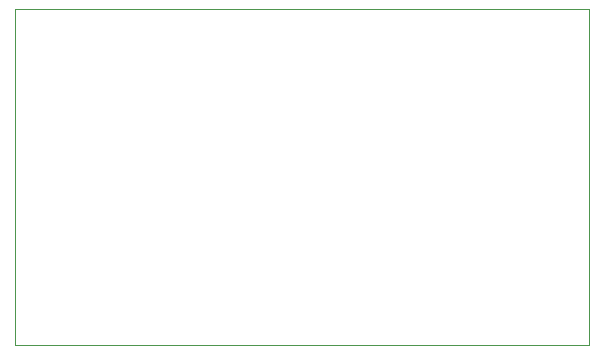
<source format=gbr>
%TF.GenerationSoftware,KiCad,Pcbnew,(6.0.9)*%
%TF.CreationDate,2023-03-11T18:38:13+09:00*%
%TF.ProjectId,Pmod_Matrix2,506d6f64-5f4d-4617-9472-6978322e6b69,rev?*%
%TF.SameCoordinates,Original*%
%TF.FileFunction,Profile,NP*%
%FSLAX46Y46*%
G04 Gerber Fmt 4.6, Leading zero omitted, Abs format (unit mm)*
G04 Created by KiCad (PCBNEW (6.0.9)) date 2023-03-11 18:38:13*
%MOMM*%
%LPD*%
G01*
G04 APERTURE LIST*
%TA.AperFunction,Profile*%
%ADD10C,0.100000*%
%TD*%
G04 APERTURE END LIST*
D10*
X100330000Y-85598000D02*
X148971000Y-85598000D01*
X148971000Y-85598000D02*
X148971000Y-114046000D01*
X148971000Y-114046000D02*
X100330000Y-114046000D01*
X100330000Y-114046000D02*
X100330000Y-85598000D01*
M02*

</source>
